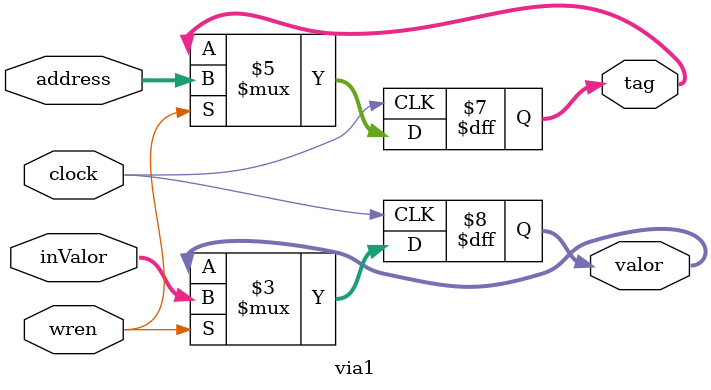
<source format=v>
module via1(
  input [6:0] address,
  input [7:0] inValor,
  input wren,
  input clock,
  
  output reg [6:0] tag,  
  output reg [7:0] valor
);

initial begin
  tag     = 7'd102;
  valor   = 8'd1;
end

always@(posedge clock)begin
  if(wren)begin
    valor  <= inValor;
    tag    <= address;
  end
end

endmodule



</source>
